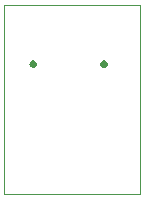
<source format=gbr>
%TF.GenerationSoftware,KiCad,Pcbnew,8.0.4*%
%TF.CreationDate,2024-08-12T16:37:48-04:00*%
%TF.ProjectId,suzyq,73757a79-712e-46b6-9963-61645f706362,rev?*%
%TF.SameCoordinates,Original*%
%TF.FileFunction,Profile,NP*%
%FSLAX46Y46*%
G04 Gerber Fmt 4.6, Leading zero omitted, Abs format (unit mm)*
G04 Created by KiCad (PCBNEW 8.0.4) date 2024-08-12 16:37:48*
%MOMM*%
%LPD*%
G01*
G04 APERTURE LIST*
%TA.AperFunction,Profile*%
%ADD10C,0.050000*%
%TD*%
%TA.AperFunction,Profile*%
%ADD11C,0.000000*%
%TD*%
G04 APERTURE END LIST*
D10*
X53500000Y-27500000D02*
X65000000Y-27500000D01*
X65000000Y-43500000D01*
X53500000Y-43500000D01*
X53500000Y-27500000D01*
D11*
%TA.AperFunction,Profile*%
%TO.C,U1*%
G36*
X56161500Y-32223042D02*
G01*
X56247964Y-32295594D01*
X56304400Y-32393343D01*
X56324000Y-32504500D01*
X56304400Y-32615657D01*
X56247964Y-32713406D01*
X56161500Y-32785958D01*
X56055436Y-32824563D01*
X55942564Y-32824563D01*
X55836500Y-32785958D01*
X55750036Y-32713406D01*
X55693600Y-32615657D01*
X55674000Y-32504500D01*
X55693600Y-32393343D01*
X55750036Y-32295594D01*
X55836500Y-32223042D01*
X55942564Y-32184437D01*
X56055436Y-32184437D01*
X56161500Y-32223042D01*
G37*
%TD.AperFunction*%
%TA.AperFunction,Profile*%
G36*
X62161500Y-32223042D02*
G01*
X62247964Y-32295594D01*
X62304400Y-32393343D01*
X62324000Y-32504500D01*
X62304400Y-32615657D01*
X62247964Y-32713406D01*
X62161500Y-32785958D01*
X62055436Y-32824563D01*
X61942564Y-32824563D01*
X61836500Y-32785958D01*
X61750036Y-32713406D01*
X61693600Y-32615657D01*
X61674000Y-32504500D01*
X61693600Y-32393343D01*
X61750036Y-32295594D01*
X61836500Y-32223042D01*
X61942564Y-32184437D01*
X62055436Y-32184437D01*
X62161500Y-32223042D01*
G37*
%TD.AperFunction*%
%TD*%
M02*

</source>
